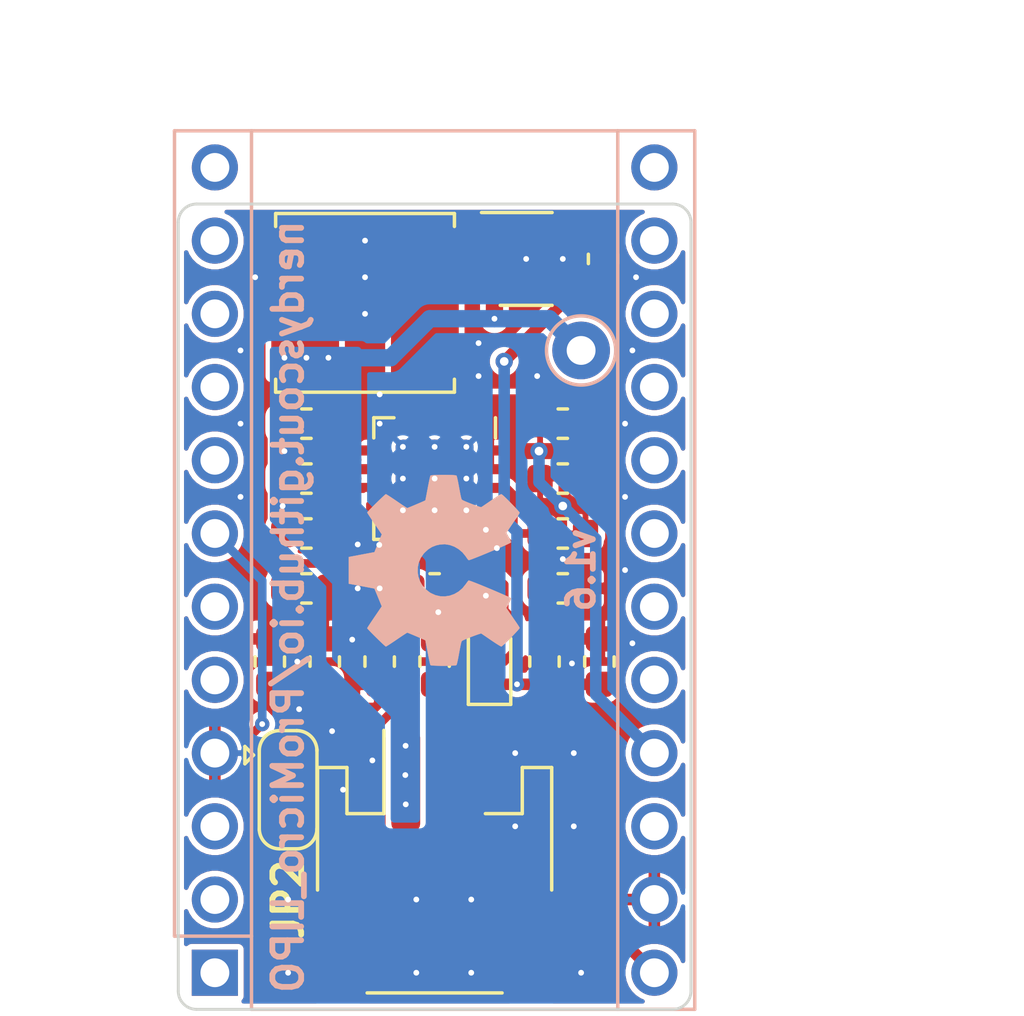
<source format=kicad_pcb>
(kicad_pcb (version 20171130) (host pcbnew 5.1.5)
  (title_block (title ProMicro_LIPO) (date 2020-07-06) (rev v1.6) (company http://github.com/nerdyscout/ProMicro_LIPO) (comment 1 "CERN Open Hardware Licence v1.2"))
  (layers (0 F.Cu mixed) (31 B.Cu mixed) (34 B.Paste user) (35 F.Paste user) (36 B.SilkS user) (37 F.SilkS user) (38 B.Mask user) (39 F.Mask user) (44 Edge.Cuts user))
  (net 0 "")
  (net 1 GND)
  (net 2 "Net-(L1-Pad2)")
  (net 3 "Net-(D1-Pad2)")
  (net 4 "Net-(R3-Pad2)")
  (net 5 "Net-(R5-Pad2)")
  (net 6 VBUS)
  (net 7 D4)
  (net 8 "Net-(R7-Pad2)")
  (net 9 "Net-(JP2-Pad1)")
  (net 10 +3V3)
  (net 11 VIN)
  (net 12 VBAT)
  (net 13 LDO)
  (net 14 EN)
  (module Symbol:OSHW-Symbol_6.7x6mm_SilkScreen (layer B.Cu) (at 70.993 100.965 270)
    (fp_text reference LOGO1 hide)
    (fp_text value Logo_Open_Hardware_Small hide)
    (fp_poly (pts (xy 0.555814 2.531069) (xy 0.639635 2.086445) (xy 0.94892 1.958947) (xy 1.258206 1.831449) (xy 1.629246 2.083754) (xy 1.733157 2.154004) (xy 1.827087 2.216728) (xy 1.906652 2.269062) (xy 1.96747 2.308143) (xy 2.005157 2.331107) (xy 2.015421 2.336058) (xy 2.03391 2.323324) (xy 2.07342 2.288118) (xy 2.129522 2.234938) (xy 2.197787 2.168282) (xy 2.273786 2.092646) (xy 2.353092 2.012528) (xy 2.431275 1.932426) (xy 2.503907 1.856836) (xy 2.566559 1.790255) (xy 2.614803 1.737182) (xy 2.64421 1.702113) (xy 2.651241 1.690377) (xy 2.641123 1.66874) (xy 2.612759 1.621338) (xy 2.569129 1.552807) (xy 2.513218 1.467785) (xy 2.448006 1.370907) (xy 2.410219 1.31565) (xy 2.341343 1.214752) (xy 2.28014 1.123701) (xy 2.229578 1.04703) (xy 2.192628 0.989272) (xy 2.172258 0.954957) (xy 2.169197 0.947746) (xy 2.176136 0.927252) (xy 2.195051 0.879487) (xy 2.223087 0.811168) (xy 2.257391 0.729011) (xy 2.295109 0.63973) (xy 2.333387 0.550042) (xy 2.36937 0.466662) (xy 2.400206 0.396306) (xy 2.423039 0.34569) (xy 2.435017 0.321529) (xy 2.435724 0.320578) (xy 2.454531 0.315964) (xy 2.504618 0.305672) (xy 2.580793 0.290713) (xy 2.677865 0.272099) (xy 2.790643 0.250841) (xy 2.856442 0.238582) (xy 2.97695 0.215638) (xy 3.085797 0.193805) (xy 3.177476 0.174278) (xy 3.246481 0.158252) (xy 3.287304 0.146921) (xy 3.295511 0.143326) (xy 3.303548 0.118994) (xy 3.310033 0.064041) (xy 3.31497 -0.015108) (xy 3.318364 -0.112026) (xy 3.320218 -0.220287) (xy 3.320538 -0.333465) (xy 3.319327 -0.445135) (xy 3.31659 -0.548868) (xy 3.312331 -0.638241) (xy 3.306555 -0.706826) (xy 3.299267 -0.748197) (xy 3.294895 -0.75681) (xy 3.268764 -0.767133) (xy 3.213393 -0.781892) (xy 3.136107 -0.799352) (xy 3.04423 -0.81778) (xy 3.012158 -0.823741) (xy 2.857524 -0.852066) (xy 2.735375 -0.874876) (xy 2.641673 -0.89308) (xy 2.572384 -0.907583) (xy 2.523471 -0.919292) (xy 2.490897 -0.929115) (xy 2.470628 -0.937956) (xy 2.458626 -0.946724) (xy 2.456947 -0.948457) (xy 2.440184 -0.976371) (xy 2.414614 -1.030695) (xy 2.382788 -1.104777) (xy 2.34726 -1.191965) (xy 2.310583 -1.285608) (xy 2.275311 -1.379052) (xy 2.243996 -1.465647) (xy 2.219193 -1.53874) (xy 2.203454 -1.591678) (xy 2.199332 -1.617811) (xy 2.199676 -1.618726) (xy 2.213641 -1.640086) (xy 2.245322 -1.687084) (xy 2.291391 -1.754827) (xy 2.348518 -1.838423) (xy 2.413373 -1.932982) (xy 2.431843 -1.959854) (xy 2.497699 -2.057275) (xy 2.55565 -2.146163) (xy 2.602538 -2.221412) (xy 2.635207 -2.27792) (xy 2.6505 -2.310581) (xy 2.651241 -2.314593) (xy 2.638392 -2.335684) (xy 2.602888 -2.377464) (xy 2.549293 -2.435445) (xy 2.482171 -2.505135) (xy 2.406087 -2.582045) (xy 2.325604 -2.661683) (xy 2.245287 -2.739561) (xy 2.169699 -2.811186) (xy 2.103405 -2.87207) (xy 2.050969 -2.917721) (xy 2.016955 -2.94365) (xy 2.007545 -2.947883) (xy 1.985643 -2.937912) (xy 1.9408 -2.91102) (xy 1.880321 -2.871736) (xy 1.833789 -2.840117) (xy 1.749475 -2.782098) (xy 1.649626 -2.713784) (xy 1.549473 -2.645579) (xy 1.495627 -2.609075) (xy 1.313371 -2.4858) (xy 1.160381 -2.56852) (xy 1.090682 -2.604759) (xy 1.031414 -2.632926) (xy 0.991311 -2.648991) (xy 0.981103 -2.651226) (xy 0.968829 -2.634722) (xy 0.944613 -2.588082) (xy 0.910263 -2.515609) (xy 0.867588 -2.421606) (xy 0.818394 -2.310374) (xy 0.76449 -2.186215) (xy 0.707684 -2.053432) (xy 0.649782 -1.916327) (xy 0.592593 -1.779202) (xy 0.537924 -1.646358) (xy 0.487584 -1.522098) (xy 0.44338 -1.410725) (xy 0.407119 -1.316539) (xy 0.380609 -1.243844) (xy 0.365658 -1.196941) (xy 0.363254 -1.180833) (xy 0.382311 -1.160286) (xy 0.424036 -1.126933) (xy 0.479706 -1.087702) (xy 0.484378 -1.084599) (xy 0.628264 -0.969423) (xy 0.744283 -0.835053) (xy 0.83143 -0.685784) (xy 0.888699 -0.525913) (xy 0.915086 -0.359737) (xy 0.909585 -0.191552) (xy 0.87119 -0.025655) (xy 0.798895 0.133658) (xy 0.777626 0.168513) (xy 0.666996 0.309263) (xy 0.536302 0.422286) (xy 0.390064 0.506997) (xy 0.232808 0.562806) (xy 0.069057 0.589126) (xy -0.096667 0.58537) (xy -0.259838 0.55095) (xy -0.415935 0.485277) (xy -0.560433 0.387765) (xy -0.605131 0.348187) (xy -0.718888 0.224297) (xy -0.801782 0.093876) (xy -0.858644 -0.052315) (xy -0.890313 -0.197088) (xy -0.898131 -0.35986) (xy -0.872062 -0.52344) (xy -0.814755 -0.682298) (xy -0.728856 -0.830906) (xy -0.617014 -0.963735) (xy -0.481877 -1.075256) (xy -0.464117 -1.087011) (xy -0.40785 -1.125508) (xy -0.365077 -1.158863) (xy -0.344628 -1.18016) (xy -0.344331 -1.180833) (xy -0.348721 -1.203871) (xy -0.366124 -1.256157) (xy -0.394732 -1.33339) (xy -0.432735 -1.431268) (xy -0.478326 -1.545491) (xy -0.529697 -1.671758) (xy -0.585038 -1.805767) (xy -0.642542 -1.943218) (xy -0.700399 -2.079808) (xy -0.756802 -2.211237) (xy -0.809942 -2.333205) (xy -0.85801 -2.441409) (xy -0.899199 -2.531549) (xy -0.931699 -2.599323) (xy -0.953703 -2.64043) (xy -0.962564 -2.651226) (xy -0.98964 -2.642819) (xy -1.040303 -2.620272) (xy -1.105817 -2.587613) (xy -1.141841 -2.56852) (xy -1.294832 -2.4858) (xy -1.477088 -2.609075) (xy -1.570125 -2.672228) (xy -1.671985 -2.741727) (xy -1.767438 -2.807165) (xy -1.81525 -2.840117) (xy -1.882495 -2.885273) (xy -1.939436 -2.921057) (xy -1.978646 -2.942938) (xy -1.991381 -2.947563) (xy -2.009917 -2.935085) (xy -2.050941 -2.900252) (xy -2.110475 -2.846678) (xy -2.184542 -2.777983) (xy -2.269165 -2.697781) (xy -2.322685 -2.646286) (xy -2.416319 -2.554286) (xy -2.497241 -2.471999) (xy -2.562177 -2.402945) (xy -2.607858 -2.350644) (xy -2.631011 -2.318616) (xy -2.633232 -2.312116) (xy -2.622924 -2.287394) (xy -2.594439 -2.237405) (xy -2.550937 -2.167212) (xy -2.495577 -2.081875) (xy -2.43152 -1.986456) (xy -2.413303 -1.959854) (xy -2.346927 -1.863167) (xy -2.287378 -1.776117) (xy -2.237984 -1.703595) (xy -2.202075 -1.650493) (xy -2.182981 -1.621703) (xy -2.181136 -1.618726) (xy -2.183895 -1.595782) (xy -2.198538 -1.545336) (xy -2.222513 -1.474041) (xy -2.253266 -1.388547) (xy -2.288244 -1.295507) (xy -2.324893 -1.201574) (xy -2.360661 -1.113399) (xy -2.392994 -1.037634) (xy -2.419338 -0.980931) (xy -2.437142 -0.949943) (xy -2.438407 -0.948457) (xy -2.449294 -0.939601) (xy -2.467682 -0.930843) (xy -2.497606 -0.921277) (xy -2.543103 -0.909996) (xy -2.608209 -0.896093) (xy -2.696961 -0.878663) (xy -2.813393 -0.856798) (xy -2.961542 -0.829591) (xy -2.993618 -0.823741) (xy -3.088686 -0.805374) (xy -3.171565 -0.787405) (xy -3.23493 -0.771569) (xy -3.271458 -0.7596) (xy -3.276356 -0.75681) (xy -3.284427 -0.732072) (xy -3.290987 -0.67679) (xy -3.296033 -0.597389) (xy -3.299559 -0.500296) (xy -3.301561 -0.391938) (xy -3.302036 -0.27874) (xy -3.300977 -0.167128) (xy -3.298382 -0.063529) (xy -3.294246 0.025632) (xy -3.288563 0.093928) (xy -3.281331 0.134934) (xy -3.276971 0.143326) (xy -3.252698 0.151792) (xy -3.197426 0.165565) (xy -3.116662 0.18345) (xy -3.015912 0.204252) (xy -2.900683 0.226777) (xy -2.837902 0.238582) (xy -2.718787 0.260849) (xy -2.612565 0.281021) (xy -2.524427 0.298085) (xy -2.459566 0.311031) (xy -2.423174 0.318845) (xy -2.417184 0.320578) (xy -2.407061 0.34011) (xy -2.385662 0.387157) (xy -2.355839 0.454997) (xy -2.320445 0.536909) (xy -2.282332 0.626172) (xy -2.244353 0.716065) (xy -2.20936 0.799865) (xy -2.180206 0.870853) (xy -2.159743 0.922306) (xy -2.150823 0.947503) (xy -2.150657 0.948604) (xy -2.160769 0.968481) (xy -2.189117 1.014223) (xy -2.232723 1.081283) (xy -2.288606 1.165116) (xy -2.353787 1.261174) (xy -2.391679 1.31635) (xy -2.460725 1.417519) (xy -2.52205 1.50937) (xy -2.572663 1.587256) (xy -2.609571 1.646531) (xy -2.629782 1.682549) (xy -2.632701 1.690623) (xy -2.620153 1.709416) (xy -2.585463 1.749543) (xy -2.533063 1.806507) (xy -2.467384 1.875815) (xy -2.392856 1.952969) (xy -2.313913 2.033475) (xy -2.234983 2.112837) (xy -2.1605 2.18656) (xy -2.094894 2.250148) (xy -2.042596 2.299106) (xy -2.008039 2.328939) (xy -1.996478 2.336058) (xy -1.977654 2.326047) (xy -1.932631 2.297922) (xy -1.865787 2.254546) (xy -1.781499 2.198782) (xy -1.684144 2.133494) (xy -1.610707 2.083754) (xy -1.239667 1.831449) (xy -0.621095 2.086445) (xy -0.537275 2.531069) (xy -0.453454 2.975693) (xy 0.471994 2.975693) (xy 0.555814 2.531069)) (layer B.SilkS) (width 0.01))
  )
  (module Module:Sparkfun_Pro_Micro (layer B.Cu) (at 63.373 114.935)
    (fp_text reference A1 hide)
    (fp_text value Sparkfun_Pro_Micro_3V3)
    (fp_line (start -1.4 -1.27) (end -1.4 -29.21) (layer B.SilkS) (width 0.12))
    (fp_line (start 13.97 1.27) (end 13.97 -29.21) (layer B.SilkS) (width 0.12))
    (fp_line (start 1.27 -1.27) (end -1.4 -1.27) (layer B.SilkS) (width 0.12))
    (fp_line (start 1.27 1.27) (end 1.27 -29.21) (layer B.SilkS) (width 0.12))
    (fp_line (start -1.4 -29.21) (end 16.64 -29.21) (layer B.SilkS) (width 0.12))
    (fp_line (start 16.64 -29.21) (end 16.64 1.27) (layer B.SilkS) (width 0.12))
    (fp_line (start 16.64 1.27) (end 1.27 1.27) (layer B.SilkS) (width 0.12))
    (pad 24 thru_hole oval (at 15.24 0) (size 1.6 1.6) (drill 1) (layers *.Cu *.Mask) (net 6 VBUS))
    (pad 23 thru_hole oval (at 15.24 -2.54) (size 1.6 1.6) (drill 1) (layers *.Cu *.Mask) (net 1 GND))
    (pad 22 thru_hole oval (at 15.24 -5.08) (size 1.6 1.6) (drill 1) (layers *.Cu *.Mask))
    (pad 12 thru_hole oval (at 0 -27.94) (size 1.6 1.6) (drill 1) (layers *.Cu *.Mask))
    (pad 21 thru_hole oval (at 15.24 -7.62) (size 1.6 1.6) (drill 1) (layers *.Cu *.Mask) (net 10 +3V3))
    (pad 11 thru_hole oval (at 0 -25.4) (size 1.6 1.6) (drill 1) (layers *.Cu *.Mask))
    (pad 20 thru_hole oval (at 15.24 -10.16) (size 1.6 1.6) (drill 1) (layers *.Cu *.Mask))
    (pad 10 thru_hole oval (at 0 -22.86) (size 1.6 1.6) (drill 1) (layers *.Cu *.Mask))
    (pad 19 thru_hole oval (at 15.24 -12.7) (size 1.6 1.6) (drill 1) (layers *.Cu *.Mask))
    (pad 9 thru_hole oval (at 0 -20.32) (size 1.6 1.6) (drill 1) (layers *.Cu *.Mask))
    (pad 18 thru_hole oval (at 15.24 -15.24) (size 1.6 1.6) (drill 1) (layers *.Cu *.Mask))
    (pad 8 thru_hole oval (at 0 -17.78) (size 1.6 1.6) (drill 1) (layers *.Cu *.Mask))
    (pad 17 thru_hole oval (at 15.24 -17.78) (size 1.6 1.6) (drill 1) (layers *.Cu *.Mask))
    (pad 7 thru_hole oval (at 0 -15.24) (size 1.6 1.6) (drill 1) (layers *.Cu *.Mask) (net 7 D4))
    (pad 16 thru_hole oval (at 15.24 -20.32) (size 1.6 1.6) (drill 1) (layers *.Cu *.Mask))
    (pad 6 thru_hole oval (at 0 -12.7) (size 1.6 1.6) (drill 1) (layers *.Cu *.Mask))
    (pad 15 thru_hole oval (at 15.24 -22.86) (size 1.6 1.6) (drill 1) (layers *.Cu *.Mask))
    (pad 5 thru_hole oval (at 0 -10.16) (size 1.6 1.6) (drill 1) (layers *.Cu *.Mask))
    (pad 14 thru_hole oval (at 15.24 -25.4) (size 1.6 1.6) (drill 1) (layers *.Cu *.Mask))
    (pad 4 thru_hole oval (at 0 -7.62) (size 1.6 1.6) (drill 1) (layers *.Cu *.Mask) (net 1 GND))
    (pad 13 thru_hole oval (at 15.24 -27.94) (size 1.6 1.6) (drill 1) (layers *.Cu *.Mask))
    (pad 3 thru_hole oval (at 0 -5.08) (size 1.6 1.6) (drill 1) (layers *.Cu *.Mask))
    (pad 2 thru_hole oval (at 0 -2.54) (size 1.6 1.6) (drill 1) (layers *.Cu *.Mask))
    (pad 1 thru_hole rect (at 0 0) (size 1.6 1.6) (drill 1) (layers *.Cu *.Mask))
  )
  (module TestPoint:TestPoint_THTPad_D2.0mm_Drill1.0mm (layer B.Cu) (at 76.073 93.345)
    (fp_text reference TP1 hide)
    (fp_text value VBAT)
    (fp_circle (center 0 0) (end 0 -1.2) (layer B.SilkS) (width 0.12))
    (pad 1 thru_hole circle (at 0 0) (size 2 2) (drill 1) (layers *.Cu *.Mask) (net 12 VBAT))
  )
  (module Inductor_SMD:L_Bourns_SRN6045TA (layer F.Cu) (at 68.58 91.694)
    (fp_text reference L1 hide)
    (fp_text value 6.8µ/2A hide)
    (fp_line (start -3.1 -3.1) (end -3.1 -2.65) (layer F.SilkS) (width 0.12))
    (fp_line (start -3.1 3.1) (end -3.1 2.65) (layer F.SilkS) (width 0.12))
    (fp_line (start 3.1 3.1) (end 3.1 2.65) (layer F.SilkS) (width 0.12))
    (fp_line (start 3.1 3.1) (end -3.1 3.1) (layer F.SilkS) (width 0.12))
    (fp_line (start 3.1 -3.1) (end 3.1 -2.65) (layer F.SilkS) (width 0.12))
    (fp_line (start -3.1 -3.1) (end 3.1 -3.1) (layer F.SilkS) (width 0.12))
    (pad 2 smd rect (at 2.075 0) (size 2.35 5.1) (layers F.Cu F.Paste F.Mask) (net 2 "Net-(L1-Pad2)"))
    (pad 1 smd rect (at -2.075 0) (size 2.35 5.1) (layers F.Cu F.Paste F.Mask) (net 12 VBAT))
  )
  (module Capacitor_SMD:C_0603_1608Metric (layer F.Cu) (at 66.548 95.885 180)
    (fp_text reference C3 hide)
    (fp_text value 4.7µ hide)
    (fp_line (start -0.162779 0.51) (end 0.162779 0.51) (layer F.SilkS) (width 0.12))
    (fp_line (start -0.162779 -0.51) (end 0.162779 -0.51) (layer F.SilkS) (width 0.12))
    (pad 2 smd roundrect (at 0.7875 0 180) (size 0.875 0.95) (layers F.Cu F.Paste F.Mask) (net 12 VBAT))
    (pad 1 smd roundrect (at -0.7875 0 180) (size 0.875 0.95) (layers F.Cu F.Paste F.Mask) (net 1 GND))
  )
  (module Capacitor_SMD:C_0603_1608Metric (layer F.Cu) (at 75.438 95.885)
    (fp_text reference C6 hide)
    (fp_text value 1µ hide)
    (fp_line (start -0.162779 0.51) (end 0.162779 0.51) (layer F.SilkS) (width 0.12))
    (fp_line (start -0.162779 -0.51) (end 0.162779 -0.51) (layer F.SilkS) (width 0.12))
    (pad 2 smd roundrect (at 0.7875 0) (size 0.875 0.95) (layers F.Cu F.Paste F.Mask) (net 1 GND))
    (pad 1 smd roundrect (at -0.7875 0) (size 0.875 0.95) (layers F.Cu F.Paste F.Mask) (net 10 +3V3))
  )
  (module Capacitor_SMD:C_0603_1608Metric (layer F.Cu) (at 75.438 97.79)
    (fp_text reference C7 hide)
    (fp_text value 4.7µ hide)
    (fp_line (start -0.162779 0.51) (end 0.162779 0.51) (layer F.SilkS) (width 0.12))
    (fp_line (start -0.162779 -0.51) (end 0.162779 -0.51) (layer F.SilkS) (width 0.12))
    (pad 2 smd roundrect (at 0.7875 0) (size 0.875 0.95) (layers F.Cu F.Paste F.Mask) (net 1 GND))
    (pad 1 smd roundrect (at -0.7875 0) (size 0.875 0.95) (layers F.Cu F.Paste F.Mask) (net 10 +3V3))
  )
  (module Capacitor_SMD:C_0603_1608Metric (layer F.Cu) (at 69.088 104.14 270)
    (fp_text reference C5 hide)
    (fp_text value 100n hide)
    (fp_line (start -0.162779 0.51) (end 0.162779 0.51) (layer F.SilkS) (width 0.12))
    (fp_line (start -0.162779 -0.51) (end 0.162779 -0.51) (layer F.SilkS) (width 0.12))
    (pad 2 smd roundrect (at 0.7875 0 270) (size 0.875 0.95) (layers F.Cu F.Paste F.Mask) (net 1 GND))
    (pad 1 smd roundrect (at -0.7875 0 270) (size 0.875 0.95) (layers F.Cu F.Paste F.Mask) (net 12 VBAT))
  )
  (module Capacitor_SMD:C_0603_1608Metric (layer F.Cu) (at 66.548 97.79 180)
    (fp_text reference C4 hide)
    (fp_text value 10µ hide)
    (fp_line (start -0.162779 0.51) (end 0.162779 0.51) (layer F.SilkS) (width 0.12))
    (fp_line (start -0.162779 -0.51) (end 0.162779 -0.51) (layer F.SilkS) (width 0.12))
    (pad 2 smd roundrect (at 0.7875 0 180) (size 0.875 0.95) (layers F.Cu F.Paste F.Mask) (net 12 VBAT))
    (pad 1 smd roundrect (at -0.7875 0 180) (size 0.875 0.95) (layers F.Cu F.Paste F.Mask) (net 1 GND))
  )
  (module Resistor_SMD:R_0603_1608Metric (layer F.Cu) (at 75.438 101.6)
    (fp_text reference R8 hide)
    (fp_text value 200k hide)
    (fp_line (start -0.162779 0.51) (end 0.162779 0.51) (layer F.SilkS) (width 0.12))
    (fp_line (start -0.162779 -0.51) (end 0.162779 -0.51) (layer F.SilkS) (width 0.12))
    (pad 2 smd roundrect (at 0.7875 0) (size 0.875 0.95) (layers F.Cu F.Paste F.Mask) (net 1 GND))
    (pad 1 smd roundrect (at -0.7875 0) (size 0.875 0.95) (layers F.Cu F.Paste F.Mask) (net 8 "Net-(R7-Pad2)"))
  )
  (module Resistor_SMD:R_0603_1608Metric (layer F.Cu) (at 75.438 99.695 180)
    (fp_text reference R7 hide)
    (fp_text value 1.1M hide)
    (fp_line (start -0.162779 0.51) (end 0.162779 0.51) (layer F.SilkS) (width 0.12))
    (fp_line (start -0.162779 -0.51) (end 0.162779 -0.51) (layer F.SilkS) (width 0.12))
    (pad 2 smd roundrect (at 0.7875 0 180) (size 0.875 0.95) (layers F.Cu F.Paste F.Mask) (net 8 "Net-(R7-Pad2)"))
    (pad 1 smd roundrect (at -0.7875 0 180) (size 0.875 0.95) (layers F.Cu F.Paste F.Mask) (net 10 +3V3))
  )
  (module Resistor_SMD:R_0603_1608Metric (layer F.Cu) (at 66.548 99.695)
    (fp_text reference R6 hide)
    (fp_text value 390k hide)
    (fp_line (start -0.162779 0.51) (end 0.162779 0.51) (layer F.SilkS) (width 0.12))
    (fp_line (start -0.162779 -0.51) (end 0.162779 -0.51) (layer F.SilkS) (width 0.12))
    (pad 2 smd roundrect (at 0.7875 0) (size 0.875 0.95) (layers F.Cu F.Paste F.Mask) (net 1 GND))
    (pad 1 smd roundrect (at -0.7875 0) (size 0.875 0.95) (layers F.Cu F.Paste F.Mask) (net 5 "Net-(R5-Pad2)"))
  )
  (module Resistor_SMD:R_0603_1608Metric (layer F.Cu) (at 66.548 101.6 180)
    (fp_text reference R5 hide)
    (fp_text value 2.4M hide)
    (fp_line (start -0.162779 0.51) (end 0.162779 0.51) (layer F.SilkS) (width 0.12))
    (fp_line (start -0.162779 -0.51) (end 0.162779 -0.51) (layer F.SilkS) (width 0.12))
    (pad 2 smd roundrect (at 0.7875 0 180) (size 0.875 0.95) (layers F.Cu F.Paste F.Mask) (net 5 "Net-(R5-Pad2)"))
    (pad 1 smd roundrect (at -0.7875 0 180) (size 0.875 0.95) (layers F.Cu F.Paste F.Mask) (net 12 VBAT))
  )
  (module Resistor_SMD:R_0603_1608Metric (layer F.Cu) (at 70.993 101.6 180)
    (fp_text reference R4 hide)
    (fp_text value 200k hide)
    (fp_line (start -0.162779 0.51) (end 0.162779 0.51) (layer F.SilkS) (width 0.12))
    (fp_line (start -0.162779 -0.51) (end 0.162779 -0.51) (layer F.SilkS) (width 0.12))
    (pad 2 smd roundrect (at 0.7875 0 180) (size 0.875 0.95) (layers F.Cu F.Paste F.Mask) (net 12 VBAT))
    (pad 1 smd roundrect (at -0.7875 0 180) (size 0.875 0.95) (layers F.Cu F.Paste F.Mask) (net 14 EN))
  )
  (module Resistor_SMD:R_0603_1608Metric (layer F.Cu) (at 76.835 90.17 90)
    (fp_text reference R3 hide)
    (fp_text value 2k hide)
    (fp_line (start -0.162779 0.51) (end 0.162779 0.51) (layer F.SilkS) (width 0.12))
    (fp_line (start -0.162779 -0.51) (end 0.162779 -0.51) (layer F.SilkS) (width 0.12))
    (pad 2 smd roundrect (at 0.7875 0 90) (size 0.875 0.95) (layers F.Cu F.Paste F.Mask) (net 4 "Net-(R3-Pad2)"))
    (pad 1 smd roundrect (at -0.7875 0 90) (size 0.875 0.95) (layers F.Cu F.Paste F.Mask) (net 1 GND))
  )
  (module Package_DFN_QFN:Texas_S-PVQFN-N16_EP2.7x2.7mm_ThermalVias (layer F.Cu) (at 70.993 97.79 270)
    (fp_text reference U2 hide)
    (fp_text value TPS61090 hide)
    (fp_line (start -1.41 -2.11) (end -2.11 -2.11) (layer F.SilkS) (width 0.12))
    (fp_line (start 2.11 2.11) (end 2.11 1.41) (layer F.SilkS) (width 0.12))
    (fp_line (start 1.41 2.11) (end 2.11 2.11) (layer F.SilkS) (width 0.12))
    (fp_line (start -2.11 2.11) (end -2.11 1.41) (layer F.SilkS) (width 0.12))
    (fp_line (start -1.41 2.11) (end -2.11 2.11) (layer F.SilkS) (width 0.12))
    (fp_line (start 2.11 -2.11) (end 2.11 -1.41) (layer F.SilkS) (width 0.12))
    (fp_line (start 1.41 -2.11) (end 2.11 -2.11) (layer F.SilkS) (width 0.12))
    (pad 16 smd roundrect (at -0.975 -1.9625 270) (size 0.35 0.825) (layers F.Cu F.Paste F.Mask) (net 10 +3V3))
    (pad 15 smd roundrect (at -0.325 -1.9625 270) (size 0.35 0.825) (layers F.Cu F.Paste F.Mask) (net 10 +3V3))
    (pad 14 smd roundrect (at 0.325 -1.9625 270) (size 0.35 0.825) (layers F.Cu F.Paste F.Mask) (net 8 "Net-(R7-Pad2)"))
    (pad 13 smd roundrect (at 0.975 -1.9625 270) (size 0.35 0.825) (layers F.Cu F.Paste F.Mask) (net 1 GND))
    (pad 12 smd roundrect (at 1.9625 -0.975 270) (size 0.825 0.35) (layers F.Cu F.Paste F.Mask) (net 13 LDO))
    (pad 11 smd roundrect (at 1.9625 -0.325 270) (size 0.825 0.35) (layers F.Cu F.Paste F.Mask) (net 14 EN))
    (pad 10 smd roundrect (at 1.9625 0.325 270) (size 0.825 0.35) (layers F.Cu F.Paste F.Mask) (net 1 GND))
    (pad 9 smd roundrect (at 1.9625 0.975 270) (size 0.825 0.35) (layers F.Cu F.Paste F.Mask) (net 5 "Net-(R5-Pad2)"))
    (pad 8 smd roundrect (at 0.975 1.9625 270) (size 0.35 0.825) (layers F.Cu F.Paste F.Mask) (net 12 VBAT))
    (pad 7 smd roundrect (at 0.325 1.9625 270) (size 0.35 0.825) (layers F.Cu F.Paste F.Mask) (net 1 GND))
    (pad 6 smd roundrect (at -0.325 1.9625 270) (size 0.35 0.825) (layers F.Cu F.Paste F.Mask) (net 1 GND))
    (pad 5 smd roundrect (at -0.975 1.9625 270) (size 0.35 0.825) (layers F.Cu F.Paste F.Mask) (net 1 GND))
    (pad 4 smd roundrect (at -1.9625 0.975 270) (size 0.825 0.35) (layers F.Cu F.Paste F.Mask) (net 2 "Net-(L1-Pad2)"))
    (pad 3 smd roundrect (at -1.9625 0.325 270) (size 0.825 0.35) (layers F.Cu F.Paste F.Mask) (net 2 "Net-(L1-Pad2)"))
    (pad 2 smd roundrect (at -1.9625 -0.325 270) (size 0.825 0.35) (layers F.Cu F.Paste F.Mask))
    (pad 1 smd roundrect (at -1.9625 -0.975 270) (size 0.825 0.35) (layers F.Cu F.Paste F.Mask) (net 10 +3V3))
    (pad 17 smd roundrect (at 0 0 270) (size 2.7 2.7) (layers B.Cu) (roundrect_rratio 0.09300000000000001) (net 1 GND))
    (pad 17 thru_hole circle (at 1.1 1.1 270) (size 0.5 0.5) (drill 0.2) (layers *.Cu) (net 1 GND))
    (pad 17 thru_hole circle (at 0 1.1 270) (size 0.5 0.5) (drill 0.2) (layers *.Cu) (net 1 GND))
    (pad 17 thru_hole circle (at -1.1 1.1 270) (size 0.5 0.5) (drill 0.2) (layers *.Cu) (net 1 GND))
    (pad 17 thru_hole circle (at 1.1 0 270) (size 0.5 0.5) (drill 0.2) (layers *.Cu) (net 1 GND))
    (pad 17 thru_hole circle (at 0 0 270) (size 0.5 0.5) (drill 0.2) (layers *.Cu) (net 1 GND))
    (pad 17 thru_hole circle (at -1.1 0 270) (size 0.5 0.5) (drill 0.2) (layers *.Cu) (net 1 GND))
    (pad 17 thru_hole circle (at 1.1 -1.1 270) (size 0.5 0.5) (drill 0.2) (layers *.Cu) (net 1 GND))
    (pad 17 thru_hole circle (at 0 -1.1 270) (size 0.5 0.5) (drill 0.2) (layers *.Cu) (net 1 GND))
    (pad 17 thru_hole circle (at -1.1 -1.1 270) (size 0.5 0.5) (drill 0.2) (layers *.Cu) (net 1 GND))
    (pad 17 smd roundrect (at 0 0 270) (size 2.7 2.7) (layers F.Cu F.Mask) (roundrect_rratio 0.09259299999999999) (net 1 GND))
  )
  (module Package_TO_SOT_SMD:SOT-23-5 (layer F.Cu) (at 74.168 90.17)
    (fp_text reference U1 hide)
    (fp_text value MCP73831-2-OT hide)
    (fp_line (start 0.9 -1.61) (end -1.55 -1.61) (layer F.SilkS) (width 0.12))
    (fp_line (start -0.9 1.61) (end 0.9 1.61) (layer F.SilkS) (width 0.12))
    (pad 5 smd rect (at 1.1 -0.95) (size 1.06 0.65) (layers F.Cu F.Paste F.Mask) (net 4 "Net-(R3-Pad2)"))
    (pad 4 smd rect (at 1.1 0.95) (size 1.06 0.65) (layers F.Cu F.Paste F.Mask) (net 11 VIN))
    (pad 3 smd rect (at -1.1 0.95) (size 1.06 0.65) (layers F.Cu F.Paste F.Mask) (net 12 VBAT))
    (pad 2 smd rect (at -1.1 0) (size 1.06 0.65) (layers F.Cu F.Paste F.Mask) (net 1 GND))
    (pad 1 smd rect (at -1.1 -0.95) (size 1.06 0.65) (layers F.Cu F.Paste F.Mask))
  )
  (module Jumper:SolderJumper-3_P1.3mm_Open_RoundedPad1.0x1.5mm (layer F.Cu) (at 65.913 108.585 270)
    (fp_text reference JP2 (at 3.81 0 90) (layer F.SilkS) (effects (font (thickness 0.2))))
    (fp_text value SolderJumper_3_Open hide)
    (fp_arc (start -1.35 -0.3) (end -1.35 -1) (angle -90) (layer F.SilkS) (width 0.12))
    (fp_arc (start -1.35 0.3) (end -2.05 0.3) (angle -90) (layer F.SilkS) (width 0.12))
    (fp_arc (start 1.35 0.3) (end 1.35 1) (angle -90) (layer F.SilkS) (width 0.12))
    (fp_arc (start 1.35 -0.3) (end 2.05 -0.3) (angle -90) (layer F.SilkS) (width 0.12))
    (fp_line (start -1.4 -1) (end 1.4 -1) (layer F.SilkS) (width 0.12))
    (fp_line (start 2.05 -0.3) (end 2.05 0.3) (layer F.SilkS) (width 0.12))
    (fp_line (start 1.4 1) (end -1.4 1) (layer F.SilkS) (width 0.12))
    (fp_line (start -2.05 0.3) (end -2.05 -0.3) (layer F.SilkS) (width 0.12))
    (fp_line (start -1.2 1.2) (end -1.5 1.5) (layer F.SilkS) (width 0.12))
    (fp_line (start -1.5 1.5) (end -0.9 1.5) (layer F.SilkS) (width 0.12))
    (fp_line (start -1.2 1.2) (end -0.9 1.5) (layer F.SilkS) (width 0.12))
    (pad 2 smd rect (at 0 0 270) (size 1 1.5) (layers F.Cu F.Mask) (net 7 D4))
    (pad 3 smd custom (at 1.3 0 270) (size 1 0.5) (layers F.Cu F.Mask) (net 13 LDO) (options (clearance outline) (anchor rect)) (primitives (gr_circle (center 0 0.25) (end 0.5 0.25) (width 0)) (gr_circle (center 0 -0.25) (end 0.5 -0.25) (width 0)) (gr_poly (pts (xy -0.55 -0.75) (xy 0 -0.75) (xy 0 0.75) (xy -0.55 0.75)) (width 0))))
    (pad 1 smd custom (at -1.3 0 270) (size 1 0.5) (layers F.Cu F.Mask) (net 9 "Net-(JP2-Pad1)") (options (clearance outline) (anchor rect)) (primitives (gr_circle (center 0 0.25) (end 0.5 0.25) (width 0)) (gr_circle (center 0 -0.25) (end 0.5 -0.25) (width 0)) (gr_poly (pts (xy 0.55 -0.75) (xy 0 -0.75) (xy 0 0.75) (xy 0.55 0.75)) (width 0))))
  )
  (module Connector_JST:JST_PH_S2B-PH-SM4-TB_1x02-1MP_P2.00mm_Horizontal (layer F.Cu) (at 70.993 111.125)
    (fp_text reference J1 hide)
    (fp_text value JST hide)
    (fp_line (start -2.34 4.51) (end 2.34 4.51) (layer F.SilkS) (width 0.12))
    (fp_line (start 3.04 -1.71) (end 1.76 -1.71) (layer F.SilkS) (width 0.12))
    (fp_line (start 3.04 -3.31) (end 3.04 -1.71) (layer F.SilkS) (width 0.12))
    (fp_line (start 4.06 -3.31) (end 3.04 -3.31) (layer F.SilkS) (width 0.12))
    (fp_line (start 4.06 0.94) (end 4.06 -3.31) (layer F.SilkS) (width 0.12))
    (fp_line (start -1.76 -1.71) (end -1.76 -4.6) (layer F.SilkS) (width 0.12))
    (fp_line (start -3.04 -1.71) (end -1.76 -1.71) (layer F.SilkS) (width 0.12))
    (fp_line (start -3.04 -3.31) (end -3.04 -1.71) (layer F.SilkS) (width 0.12))
    (fp_line (start -4.06 -3.31) (end -3.04 -3.31) (layer F.SilkS) (width 0.12))
    (fp_line (start -4.06 0.94) (end -4.06 -3.31) (layer F.SilkS) (width 0.12))
    (pad MP smd roundrect (at 3.35 2.9) (size 1.5 3.4) (layers F.Cu F.Paste F.Mask) (roundrect_rratio 0.166667))
    (pad MP smd roundrect (at -3.35 2.9) (size 1.5 3.4) (layers F.Cu F.Paste F.Mask) (roundrect_rratio 0.166667))
    (pad 2 smd roundrect (at 1 -2.85) (size 1 3.5) (layers F.Cu F.Paste F.Mask) (net 1 GND))
    (pad 1 smd roundrect (at -1 -2.85) (size 1 3.5) (layers F.Cu F.Paste F.Mask) (net 12 VBAT))
  )
  (module Resistor_SMD:R_0603_1608Metric (layer F.Cu) (at 65.278 104.14 90)
    (fp_text reference R2 hide)
    (fp_text value 390k hide)
    (fp_line (start -0.162779 0.51) (end 0.162779 0.51) (layer F.SilkS) (width 0.12))
    (fp_line (start -0.162779 -0.51) (end 0.162779 -0.51) (layer F.SilkS) (width 0.12))
    (pad 2 smd roundrect (at 0.7875 0 90) (size 0.875 0.95) (layers F.Cu F.Paste F.Mask) (net 1 GND))
    (pad 1 smd roundrect (at -0.7875 0 90) (size 0.875 0.95) (layers F.Cu F.Paste F.Mask) (net 9 "Net-(JP2-Pad1)"))
  )
  (module Resistor_SMD:R_0603_1608Metric (layer F.Cu) (at 67.183 104.14 270)
    (fp_text reference R1 hide)
    (fp_text value 390k hide)
    (fp_line (start -0.162779 0.51) (end 0.162779 0.51) (layer F.SilkS) (width 0.12))
    (fp_line (start -0.162779 -0.51) (end 0.162779 -0.51) (layer F.SilkS) (width 0.12))
    (pad 2 smd roundrect (at 0.7875 0 270) (size 0.875 0.95) (layers F.Cu F.Paste F.Mask) (net 9 "Net-(JP2-Pad1)"))
    (pad 1 smd roundrect (at -0.7875 0 270) (size 0.875 0.95) (layers F.Cu F.Paste F.Mask) (net 12 VBAT))
  )
  (module Capacitor_SMD:C_0603_1608Metric (layer F.Cu) (at 74.803 104.14 90)
    (fp_text reference C1 hide)
    (fp_text value 10µ hide)
    (fp_line (start -0.162779 0.51) (end 0.162779 0.51) (layer F.SilkS) (width 0.12))
    (fp_line (start -0.162779 -0.51) (end 0.162779 -0.51) (layer F.SilkS) (width 0.12))
    (pad 2 smd roundrect (at 0.7875 0 90) (size 0.875 0.95) (layers F.Cu F.Paste F.Mask) (net 1 GND))
    (pad 1 smd roundrect (at -0.7875 0 90) (size 0.875 0.95) (layers F.Cu F.Paste F.Mask) (net 11 VIN))
  )
  (module Fuse:Fuse_0603_1608Metric (layer F.Cu) (at 70.993 104.14 90)
    (fp_text reference F1 hide)
    (fp_text value 500mA hide)
    (fp_line (start -0.162779 0.51) (end 0.162779 0.51) (layer F.SilkS) (width 0.12))
    (fp_line (start -0.162779 -0.51) (end 0.162779 -0.51) (layer F.SilkS) (width 0.12))
    (pad 2 smd roundrect (at 0.7875 0 90) (size 0.875 0.95) (layers F.Cu F.Paste F.Mask) (net 3 "Net-(D1-Pad2)"))
    (pad 1 smd roundrect (at -0.7875 0 90) (size 0.875 0.95) (layers F.Cu F.Paste F.Mask) (net 6 VBUS))
  )
  (module Diode_SMD:D_0603_1608Metric (layer F.Cu) (at 72.898 104.14 90)
    (fp_text reference D1 hide)
    (fp_text value D hide)
    (fp_line (start -1.485 0.735) (end 0.8 0.735) (layer F.SilkS) (width 0.12))
    (fp_line (start -1.485 -0.735) (end -1.485 0.735) (layer F.SilkS) (width 0.12))
    (fp_line (start 0.8 -0.735) (end -1.485 -0.735) (layer F.SilkS) (width 0.12))
    (pad 2 smd roundrect (at 0.7875 0 90) (size 0.875 0.95) (layers F.Cu F.Paste F.Mask) (net 3 "Net-(D1-Pad2)"))
    (pad 1 smd roundrect (at -0.7875 0 90) (size 0.875 0.95) (layers F.Cu F.Paste F.Mask) (net 11 VIN))
  )
  (module Capacitor_SMD:C_0603_1608Metric (layer F.Cu) (at 76.708 104.14 270)
    (fp_text reference C2 hide)
    (fp_text value 100n hide)
    (fp_line (start -0.162779 0.51) (end 0.162779 0.51) (layer F.SilkS) (width 0.12))
    (fp_line (start -0.162779 -0.51) (end 0.162779 -0.51) (layer F.SilkS) (width 0.12))
    (pad 2 smd roundrect (at 0.7875 0 270) (size 0.875 0.95) (layers F.Cu F.Paste F.Mask) (net 11 VIN))
    (pad 1 smd roundrect (at -0.7875 0 270) (size 0.875 0.95) (layers F.Cu F.Paste F.Mask) (net 1 GND))
  )
  (gr_line (start 62.103 115.57) (end 62.103 88.9) (layer Edge.Cuts) (width 0.1))
  (gr_line (start 79.883 88.9) (end 79.883 115.57) (layer Edge.Cuts) (width 0.1))
  (gr_text v1.6 (at 76.073 100.965 90) (layer B.SilkS) (effects (font (size 0.9 0.9) (thickness 0.2)) (justify mirror)))
  (gr_arc (start 79.248 115.57) (end 79.248 116.205) (angle -90) (layer Edge.Cuts) (width 0.1))
  (gr_arc (start 62.738 115.57) (end 62.103 115.57) (angle -90) (layer Edge.Cuts) (width 0.1))
  (gr_arc (start 62.738 88.9) (end 62.738 88.265) (angle -90) (layer Edge.Cuts) (width 0.1))
  (gr_arc (start 79.248 88.9) (end 79.883 88.9) (angle -90) (layer Edge.Cuts) (width 0.1))
  (gr_text nerdyscout.github.io/ProMicro_LIPO (at 65.913 102.235 90) (layer B.SilkS) (effects (font (size 1 1) (thickness 0.2)) (justify mirror)))
  (gr_line (start 79.248 88.265) (end 62.738 88.265) (layer Edge.Cuts) (width 0.1))
  (gr_line (start 62.738 116.205) (end 79.248 116.205) (layer Edge.Cuts) (width 0.1))
  (via (at 67.818 108.585) (size 0.5) (drill 0.2) (layers F.Cu B.Cu) (net 1))
  (via (at 67.437 106.553) (size 0.5) (drill 0.2) (layers F.Cu B.Cu) (net 1))
  (via (at 66.294 105.791) (size 0.5) (drill 0.2) (layers F.Cu B.Cu) (net 1))
  (via (at 64.262 93.345) (size 0.5) (drill 0.2) (layers F.Cu B.Cu) (net 1))
  (via (at 71.12 102.4255) (size 0.45) (drill 0.2) (layers F.Cu B.Cu) (net 1))
  (via (at 68.834 107.569) (size 0.5) (drill 0.2) (layers F.Cu B.Cu) (net 1))
  (via (at 66.2305 104.14) (size 0.5) (drill 0.2) (layers F.Cu B.Cu) (net 1))
  (via (at 75.7555 104.2035) (size 0.5) (drill 0.2) (layers F.Cu B.Cu) (net 1))
  (via (at 72.263 114.935) (size 0.5) (drill 0.2) (layers F.Cu B.Cu) (net 1))
  (via (at 70.358 114.935) (size 0.5) (drill 0.2) (layers F.Cu B.Cu) (net 1))
  (via (at 70.358 112.395) (size 0.5) (drill 0.2) (layers F.Cu B.Cu) (net 1))
  (via (at 76.073 114.935) (size 0.5) (drill 0.2) (layers F.Cu B.Cu) (net 1))
  (via (at 65.913 112.395) (size 0.5) (drill 0.2) (layers F.Cu B.Cu) (net 1))
  (via (at 65.913 114.935) (size 0.5) (drill 0.2) (layers F.Cu B.Cu) (net 1))
  (via (at 72.771 99.568) (size 0.5) (drill 0.2) (layers F.Cu B.Cu) (net 1))
  (via (at 75.438 100.584) (size 0.5) (drill 0.2) (layers F.Cu B.Cu) (net 1))
  (via (at 73.787 109.855) (size 0.5) (drill 0.2) (layers F.Cu B.Cu) (net 1))
  (via (at 73.787 107.315) (size 0.5) (drill 0.2) (layers F.Cu B.Cu) (net 1))
  (via (at 69.088 95.885) (size 0.5) (drill 0.2) (layers F.Cu B.Cu) (net 1))
  (via (at 69.088 94.869) (size 0.5) (drill 0.2) (layers F.Cu B.Cu) (net 1))
  (via (at 64.77 90.805) (size 0.5) (drill 0.2) (layers F.Cu B.Cu) (net 1))
  (via (at 77.597 95.885) (size 0.5) (drill 0.2) (layers F.Cu B.Cu) (net 1))
  (via (at 77.597 98.425) (size 0.5) (drill 0.2) (layers F.Cu B.Cu) (net 1))
  (via (at 64.262 98.425) (size 0.5) (drill 0.2) (layers F.Cu B.Cu) (net 1))
  (via (at 64.262 95.885) (size 0.5) (drill 0.2) (layers F.Cu B.Cu) (net 1))
  (via (at 72.263 112.395) (size 0.5) (drill 0.2) (layers F.Cu B.Cu) (net 1))
  (via (at 72.771 101.854) (size 0.5) (drill 0.2) (layers F.Cu B.Cu) (net 1))
  (via (at 77.851 103.505) (size 0.5) (drill 0.2) (layers F.Cu B.Cu) (net 1))
  (via (at 75.819 109.855) (size 0.5) (drill 0.2) (layers F.Cu B.Cu) (net 1))
  (via (at 75.819 107.315) (size 0.5) (drill 0.2) (layers F.Cu B.Cu) (net 1))
  (via (at 68.58 90.805) (size 0.5) (drill 0.2) (layers F.Cu B.Cu) (net 1))
  (via (at 68.58 89.535) (size 0.5) (drill 0.2) (layers F.Cu B.Cu) (net 1))
  (via (at 68.58 92.075) (size 0.5) (drill 0.2) (layers F.Cu B.Cu) (net 1))
  (via (at 77.597 100.965) (size 0.5) (drill 0.2) (layers F.Cu B.Cu) (net 1))
  (via (at 73.152 100.203) (size 0.5) (drill 0.2) (layers F.Cu B.Cu) (net 1))
  (via (at 72.517 94.234) (size 0.5) (drill 0.2) (layers F.Cu B.Cu) (net 1))
  (via (at 74.168 90.17) (size 0.5) (drill 0.2) (layers F.Cu B.Cu) (net 1))
  (via (at 75.438 90.17) (size 0.5) (drill 0.2) (layers F.Cu B.Cu) (net 1))
  (via (at 77.851 93.345) (size 0.5) (drill 0.2) (layers F.Cu B.Cu) (net 1))
  (via (at 77.978 90.805) (size 0.5) (drill 0.2) (layers F.Cu B.Cu) (net 1))
  (via (at 72.517 93.091) (size 0.5) (drill 0.2) (layers F.Cu B.Cu) (net 1))
  (via (at 74.549 94.234) (size 0.5) (drill 0.2) (layers F.Cu B.Cu) (net 1))
  (segment (start 70.993 103.3525) (end 71.0262 103.3857) (width 0.25) (layer F.Cu) (net 3))
  (segment (start 72.8648 103.3857) (end 72.898 103.3525) (width 0.25) (layer F.Cu) (net 3))
  (segment (start 71.0262 103.3857) (end 72.8648 103.3857) (width 0.25) (layer F.Cu) (net 3))
  (segment (start 76.835 89.3825) (end 76.0475 89.3825) (width 0.4) (layer F.Cu) (net 4))
  (segment (start 75.268 89.22) (end 75.885 89.22) (width 0.4) (layer F.Cu) (net 4))
  (segment (start 75.885 89.22) (end 76.0475 89.3825) (width 0.4) (layer F.Cu) (net 4))
  (segment (start 70.018 100.289) (end 69.5705 100.7365) (width 0.3) (layer F.Cu) (net 5))
  (segment (start 70.018 99.7525) (end 70.018 100.289) (width 0.3) (layer F.Cu) (net 5))
  (segment (start 65.7605 100.7365) (end 69.5705 100.7365) (width 0.3) (layer F.Cu) (net 5))
  (segment (start 65.7605 100.7365) (end 65.7605 99.695) (width 0.3) (layer F.Cu) (net 5))
  (segment (start 65.7605 101.6) (end 65.7605 100.7365) (width 0.3) (layer F.Cu) (net 5))
  (segment (start 76.708 113.03) (end 78.613 114.935) (width 0.4) (layer F.Cu) (net 6))
  (segment (start 74.676 110.998) (end 76.708 113.03) (width 0.4) (layer F.Cu) (net 6))
  (segment (start 71.755 110.998) (end 74.676 110.998) (width 0.4) (layer F.Cu) (net 6))
  (segment (start 70.993 110.236) (end 71.755 110.998) (width 0.4) (layer F.Cu) (net 6))
  (segment (start 70.993 104.9275) (end 70.993 110.236) (width 0.4) (layer F.Cu) (net 6))
  (segment (start 65.913 108.585) (end 64.863 108.585) (width 0.3) (layer F.Cu) (net 7))
  (segment (start 64.863 108.585) (end 64.647001 108.369001) (width 0.3) (layer F.Cu) (net 7))
  (segment (start 64.647001 108.369001) (end 64.647001 106.675997) (width 0.3) (layer F.Cu) (net 7))
  (segment (start 64.764229 106.558769) (end 65.014228 106.30877) (width 0.3) (layer F.Cu) (net 7))
  (segment (start 63.373 99.695) (end 65.014228 101.336228) (width 0.3) (layer B.Cu) (net 7))
  (segment (start 64.647001 106.675997) (end 64.764229 106.558769) (width 0.3) (layer F.Cu) (net 7))
  (segment (start 65.014228 105.955217) (end 65.014228 106.30877) (width 0.3) (layer B.Cu) (net 7))
  (segment (start 65.014228 101.336228) (end 65.014228 105.955217) (width 0.3) (layer B.Cu) (net 7))
  (via (at 65.014228 106.30877) (size 0.5) (drill 0.2) (layers F.Cu B.Cu) (net 7))
  (segment (start 73.914 99.695) (end 73.7235 99.5045) (width 0.3) (layer F.Cu) (net 8))
  (segment (start 73.477 98.115) (end 72.9555 98.115) (width 0.3) (layer F.Cu) (net 8))
  (segment (start 73.7235 98.3615) (end 73.477 98.115) (width 0.3) (layer F.Cu) (net 8))
  (segment (start 73.7235 99.5045) (end 73.7235 98.3615) (width 0.3) (layer F.Cu) (net 8))
  (segment (start 74.6505 99.695) (end 73.914 99.695) (width 0.3) (layer F.Cu) (net 8))
  (segment (start 74.6505 99.695) (end 74.6505 101.6) (width 0.3) (layer F.Cu) (net 8))
  (segment (start 65.278 104.9275) (end 66.708 104.9275) (width 0.3) (layer F.Cu) (net 9))
  (segment (start 65.913 106.685) (end 65.913 107.285) (width 0.3) (layer F.Cu) (net 9))
  (segment (start 65.913 106.358998) (end 65.913 106.685) (width 0.3) (layer F.Cu) (net 9))
  (segment (start 65.278 104.9275) (end 65.278 105.723998) (width 0.3) (layer F.Cu) (net 9))
  (segment (start 65.278 105.723998) (end 65.913 106.358998) (width 0.3) (layer F.Cu) (net 9))
  (via (at 74.6125 96.8375) (size 0.6) (drill 0.3) (layers F.Cu B.Cu) (net 10))
  (via (at 75.438 98.7425) (size 0.6) (drill 0.3) (layers F.Cu B.Cu) (net 10))
  (segment (start 74.6125 97.917) (end 74.6125 96.8375) (width 0.4) (layer B.Cu) (net 10))
  (segment (start 76.581 99.8855) (end 74.6125 97.917) (width 0.4) (layer B.Cu) (net 10))
  (segment (start 78.613 107.315) (end 76.581 105.283) (width 0.4) (layer B.Cu) (net 10))
  (segment (start 76.581 105.283) (end 76.581 99.8855) (width 0.4) (layer B.Cu) (net 10))
  (via (at 73.8505 104.9275) (size 0.5) (drill 0.2) (layers F.Cu B.Cu) (net 11))
  (segment (start 74.803 104.9275) (end 73.8885 104.9275) (width 0.4) (layer F.Cu) (net 11))
  (segment (start 72.898 104.9275) (end 73.8125 104.9275) (width 0.4) (layer F.Cu) (net 11))
  (segment (start 74.803 104.9275) (end 75.6665 104.9275) (width 0.4) (layer F.Cu) (net 11))
  (segment (start 76.708 104.9275) (end 75.7935 104.9275) (width 0.4) (layer F.Cu) (net 11))
  (segment (start 75.7935 104.9275) (end 75.6665 104.9275) (width 0.4) (layer F.Cu) (net 11))
  (segment (start 73.8885 104.9275) (end 73.8125 104.9275) (width 0.4) (layer F.Cu) (net 11))
  (via (at 73.406 93.726) (size 0.6) (drill 0.3) (layers F.Cu B.Cu) (net 11))
  (segment (start 75.268 91.864) (end 73.705999 93.426001) (width 0.4) (layer F.Cu) (net 11))
  (segment (start 75.268 91.12) (end 75.268 91.864) (width 0.4) (layer F.Cu) (net 11))
  (segment (start 73.705999 93.426001) (end 73.406 93.726) (width 0.4) (layer F.Cu) (net 11))
  (segment (start 73.406 99.187) (end 73.406 93.726) (width 0.4) (layer B.Cu) (net 11))
  (segment (start 73.8505 99.6315) (end 73.406 99.187) (width 0.4) (layer B.Cu) (net 11))
  (segment (start 73.8505 104.9275) (end 73.8505 99.6315) (width 0.4) (layer B.Cu) (net 11))
  (via (at 69.977 108.077) (size 0.5) (drill 0.2) (layers F.Cu B.Cu) (net 12))
  (via (at 65.786 93.599) (size 0.5) (drill 0.2) (layers F.Cu B.Cu) (net 12))
  (via (at 66.548 93.599) (size 0.5) (drill 0.2) (layers F.Cu B.Cu) (net 12))
  (via (at 69.072873 100.091127) (size 0.5) (drill 0.2) (layers F.Cu B.Cu) (net 12))
  (via (at 68.1355 103.378) (size 0.5) (drill 0.2) (layers F.Cu B.Cu) (net 12))
  (via (at 65.786 96.8375) (size 0.5) (drill 0.2) (layers F.Cu B.Cu) (net 12))
  (via (at 68.326 100.076) (size 0.5) (drill 0.2) (layers F.Cu B.Cu) (net 12))
  (via (at 65.7225 98.7425) (size 0.5) (drill 0.2) (layers F.Cu B.Cu) (net 12))
  (via (at 68.326 101.6) (size 0.5) (drill 0.2) (layers F.Cu B.Cu) (net 12))
  (via (at 69.088 101.6) (size 0.5) (drill 0.2) (layers F.Cu B.Cu) (net 12))
  (via (at 67.31 93.599) (size 0.5) (drill 0.2) (layers F.Cu B.Cu) (net 12))
  (via (at 69.98716 107.061) (size 0.5) (drill 0.2) (layers F.Cu B.Cu) (net 12))
  (via (at 69.99224 109.093) (size 0.5) (drill 0.2) (layers F.Cu B.Cu) (net 12))
  (via (at 73.068 92.245) (size 0.5) (drill 0.2) (layers F.Cu B.Cu) (net 12))
  (segment (start 73.068 91.12) (end 73.068 92.245) (width 0.6) (layer F.Cu) (net 12))
  (segment (start 70.823 92.245) (end 73.068 92.245) (width 0.6) (layer B.Cu) (net 12))
  (segment (start 69.469 93.599) (end 70.823 92.245) (width 0.6) (layer B.Cu) (net 12))
  (segment (start 74.973 92.245) (end 73.068 92.245) (width 0.6) (layer B.Cu) (net 12))
  (segment (start 76.073 93.345) (end 74.973 92.245) (width 0.6) (layer B.Cu) (net 12))
  (segment (start 69.469 93.599) (end 67.31 93.599) (width 0.6) (layer B.Cu) (net 12))
  (segment (start 66.899 109.885) (end 65.913 109.885) (width 0.3) (layer F.Cu) (net 13))
  (segment (start 71.968 99.7525) (end 71.968 100.289) (width 0.3) (layer F.Cu) (net 13))
  (segment (start 73.787 102.743) (end 73.787 103.759) (width 0.3) (layer F.Cu) (net 13))
  (segment (start 72.517 100.838) (end 72.771 100.838) (width 0.3) (layer F.Cu) (net 13))
  (segment (start 67.056 108.331) (end 67.056 109.728) (width 0.3) (layer F.Cu) (net 13))
  (segment (start 72.771 100.838) (end 73.406 101.473) (width 0.3) (layer F.Cu) (net 13))
  (segment (start 73.406 102.362) (end 73.787 102.743) (width 0.3) (layer F.Cu) (net 13))
  (segment (start 73.406 101.473) (end 73.406 102.362) (width 0.3) (layer F.Cu) (net 13))
  (segment (start 67.056 109.728) (end 66.899 109.885) (width 0.3) (layer F.Cu) (net 13))
  (segment (start 71.968 100.289) (end 72.517 100.838) (width 0.3) (layer F.Cu) (net 13))
  (segment (start 73.787 103.759) (end 73.406 104.14) (width 0.3) (layer F.Cu) (net 13))
  (segment (start 73.406 104.14) (end 70.358 104.14) (width 0.3) (layer F.Cu) (net 13))
  (segment (start 70.358 104.14) (end 69.977 104.521) (width 0.3) (layer F.Cu) (net 13))
  (segment (start 69.977 104.521) (end 69.977 105.41) (width 0.3) (layer F.Cu) (net 13))
  (segment (start 69.977 105.41) (end 67.056 108.331) (width 0.3) (layer F.Cu) (net 13))
  (segment (start 71.7805 100.9905) (end 71.7805 101.6) (width 0.3) (layer F.Cu) (net 14))
  (segment (start 71.318 100.528) (end 71.7805 100.9905) (width 0.3) (layer F.Cu) (net 14))
  (segment (start 71.318 99.7525) (end 71.318 100.528) (width 0.3) (layer F.Cu) (net 14))
  (zone (net 1) (net_name GND) (layer F.Cu) (connect_pads (clearance 0.15)) (min_thickness 0.15) (fill yes (arc_segments 32) (thermal_gap 0.2) (thermal_bridge_width 0.4))
    (polygon (pts (xy 62.103 88.265) (xy 79.883 88.265) (xy 79.883 116.205) (xy 62.103 116.205)))
  )
  (zone (net 1) (net_name GND) (layer B.Cu) (connect_pads (clearance 0.15)) (min_thickness 0.15) (fill yes (arc_segments 32) (thermal_gap 0.15) (thermal_bridge_width 0.2))
    (polygon (pts (xy 62.103 116.205) (xy 79.883 116.205) (xy 79.883 88.265) (xy 62.103 88.265)))
  )
  (zone (net 10) (net_name +3V3) (layer F.Cu) (priority 3) (connect_pads (clearance 0.15)) (min_thickness 0.15) (fill yes (arc_segments 32) (thermal_gap 0.2) (thermal_bridge_width 0.2))
    (polygon (pts (xy 75.565 98.171) (xy 76.708 99.314) (xy 76.708 99.822) (xy 74.676 99.822) (xy 73.66 98.933) (xy 73.66 98.171) (xy 73.279 97.79) (xy 72.39 97.79) (xy 71.628 97.79) (xy 71.628 94.869) (xy 75.184 94.869) (xy 75.565 95.25)))
  )
  (zone (net 2) (net_name "Net-(L1-Pad2)") (layer F.Cu) (priority 2) (connect_pads yes (clearance 0.125)) (min_thickness 0.2) (fill yes (arc_segments 32) (thermal_gap 0.2) (thermal_bridge_width 0.25))
    (polygon (pts (xy 70.104 94.361) (xy 69.85 94.615) (xy 69.85 96.139) (xy 71.628 96.139) (xy 71.628 90.932) (xy 70.104 90.932)))
  )
  (zone (net 12) (net_name VBAT) (layer F.Cu) (priority 1) (connect_pads (clearance 0.2)) (min_thickness 0.15) (fill yes (arc_segments 32) (thermal_gap 0.2) (thermal_bridge_width 0.3))
    (polygon (pts (xy 65.405 101.219) (xy 66.548 102.362) (xy 66.548 103.632) (xy 70.612 103.632) (xy 70.612 101.473) (xy 69.469 100.33) (xy 69.469 98.425) (xy 68.707 98.425) (xy 68.453 98.679) (xy 68.453 99.441) (xy 67.818 100.076) (xy 67.183 100.076) (xy 66.802 99.695) (xy 66.802 95.631) (xy 65.405 95.631)))
  )
  (zone (net 12) (net_name VBAT) (layer B.Cu) (priority 1) (connect_pads (clearance 0.125)) (min_thickness 0.254) (fill yes (arc_segments 32) (thermal_gap 0.508) (thermal_bridge_width 0.508))
    (polygon (pts (xy 68.453 93.218) (xy 68.453 98.679) (xy 70.485 100.711) (xy 70.485 105.918) (xy 70.485 109.728) (xy 69.469 109.728) (xy 69.469 106.045) (xy 67.437 104.04475) (xy 67.437 101.44125) (xy 65.278 99.2505) (xy 65.278 93.98) (xy 65.278 93.218)))
  )
)
</source>
